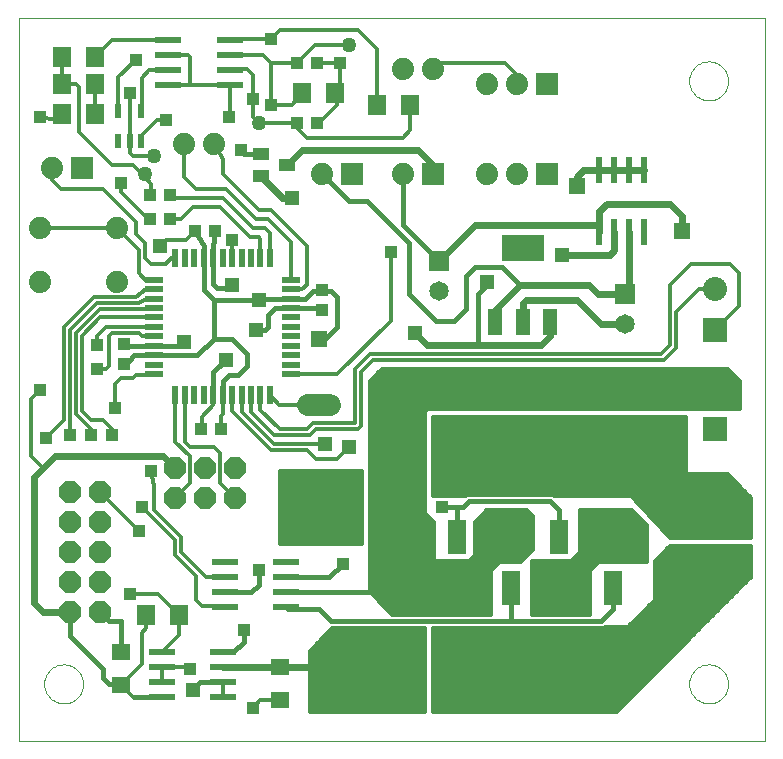
<source format=gtl>
G75*
%MOIN*%
%OFA0B0*%
%FSLAX24Y24*%
%IPPOS*%
%LPD*%
%AMOC8*
5,1,8,0,0,1.08239X$1,22.5*
%
%ADD10C,0.0000*%
%ADD11R,0.0800X0.0800*%
%ADD12C,0.0800*%
%ADD13R,0.0630X0.1181*%
%ADD14R,0.1900X0.2250*%
%ADD15R,0.0866X0.0236*%
%ADD16C,0.0740*%
%ADD17OC8,0.0740*%
%ADD18R,0.0630X0.0551*%
%ADD19R,0.0551X0.0394*%
%ADD20R,0.0630X0.0709*%
%ADD21R,0.0740X0.0740*%
%ADD22R,0.0236X0.0866*%
%ADD23C,0.0650*%
%ADD24R,0.0650X0.0650*%
%ADD25R,0.0480X0.0880*%
%ADD26R,0.1417X0.0866*%
%ADD27R,0.0591X0.0197*%
%ADD28R,0.0197X0.0591*%
%ADD29R,0.0394X0.0433*%
%ADD30R,0.0433X0.0394*%
%ADD31R,0.0870X0.0240*%
%ADD32C,0.0500*%
%ADD33R,0.0217X0.0472*%
%ADD34C,0.0740*%
%ADD35C,0.0160*%
%ADD36R,0.0396X0.0396*%
%ADD37C,0.0120*%
%ADD38C,0.0240*%
%ADD39R,0.0531X0.0531*%
%ADD40R,0.0475X0.0475*%
%ADD41R,0.0436X0.0436*%
D10*
X000100Y000100D02*
X000100Y024196D01*
X024970Y024196D01*
X024970Y000100D01*
X000100Y000100D01*
X000950Y002000D02*
X000952Y002050D01*
X000958Y002100D01*
X000968Y002150D01*
X000981Y002198D01*
X000998Y002246D01*
X001019Y002292D01*
X001043Y002336D01*
X001071Y002378D01*
X001102Y002418D01*
X001136Y002455D01*
X001173Y002490D01*
X001212Y002521D01*
X001253Y002550D01*
X001297Y002575D01*
X001343Y002597D01*
X001390Y002615D01*
X001438Y002629D01*
X001487Y002640D01*
X001537Y002647D01*
X001587Y002650D01*
X001638Y002649D01*
X001688Y002644D01*
X001738Y002635D01*
X001786Y002623D01*
X001834Y002606D01*
X001880Y002586D01*
X001925Y002563D01*
X001968Y002536D01*
X002008Y002506D01*
X002046Y002473D01*
X002081Y002437D01*
X002114Y002398D01*
X002143Y002357D01*
X002169Y002314D01*
X002192Y002269D01*
X002211Y002222D01*
X002226Y002174D01*
X002238Y002125D01*
X002246Y002075D01*
X002250Y002025D01*
X002250Y001975D01*
X002246Y001925D01*
X002238Y001875D01*
X002226Y001826D01*
X002211Y001778D01*
X002192Y001731D01*
X002169Y001686D01*
X002143Y001643D01*
X002114Y001602D01*
X002081Y001563D01*
X002046Y001527D01*
X002008Y001494D01*
X001968Y001464D01*
X001925Y001437D01*
X001880Y001414D01*
X001834Y001394D01*
X001786Y001377D01*
X001738Y001365D01*
X001688Y001356D01*
X001638Y001351D01*
X001587Y001350D01*
X001537Y001353D01*
X001487Y001360D01*
X001438Y001371D01*
X001390Y001385D01*
X001343Y001403D01*
X001297Y001425D01*
X001253Y001450D01*
X001212Y001479D01*
X001173Y001510D01*
X001136Y001545D01*
X001102Y001582D01*
X001071Y001622D01*
X001043Y001664D01*
X001019Y001708D01*
X000998Y001754D01*
X000981Y001802D01*
X000968Y001850D01*
X000958Y001900D01*
X000952Y001950D01*
X000950Y002000D01*
X022450Y002000D02*
X022452Y002050D01*
X022458Y002100D01*
X022468Y002150D01*
X022481Y002198D01*
X022498Y002246D01*
X022519Y002292D01*
X022543Y002336D01*
X022571Y002378D01*
X022602Y002418D01*
X022636Y002455D01*
X022673Y002490D01*
X022712Y002521D01*
X022753Y002550D01*
X022797Y002575D01*
X022843Y002597D01*
X022890Y002615D01*
X022938Y002629D01*
X022987Y002640D01*
X023037Y002647D01*
X023087Y002650D01*
X023138Y002649D01*
X023188Y002644D01*
X023238Y002635D01*
X023286Y002623D01*
X023334Y002606D01*
X023380Y002586D01*
X023425Y002563D01*
X023468Y002536D01*
X023508Y002506D01*
X023546Y002473D01*
X023581Y002437D01*
X023614Y002398D01*
X023643Y002357D01*
X023669Y002314D01*
X023692Y002269D01*
X023711Y002222D01*
X023726Y002174D01*
X023738Y002125D01*
X023746Y002075D01*
X023750Y002025D01*
X023750Y001975D01*
X023746Y001925D01*
X023738Y001875D01*
X023726Y001826D01*
X023711Y001778D01*
X023692Y001731D01*
X023669Y001686D01*
X023643Y001643D01*
X023614Y001602D01*
X023581Y001563D01*
X023546Y001527D01*
X023508Y001494D01*
X023468Y001464D01*
X023425Y001437D01*
X023380Y001414D01*
X023334Y001394D01*
X023286Y001377D01*
X023238Y001365D01*
X023188Y001356D01*
X023138Y001351D01*
X023087Y001350D01*
X023037Y001353D01*
X022987Y001360D01*
X022938Y001371D01*
X022890Y001385D01*
X022843Y001403D01*
X022797Y001425D01*
X022753Y001450D01*
X022712Y001479D01*
X022673Y001510D01*
X022636Y001545D01*
X022602Y001582D01*
X022571Y001622D01*
X022543Y001664D01*
X022519Y001708D01*
X022498Y001754D01*
X022481Y001802D01*
X022468Y001850D01*
X022458Y001900D01*
X022452Y001950D01*
X022450Y002000D01*
X022450Y022100D02*
X022452Y022150D01*
X022458Y022200D01*
X022468Y022250D01*
X022481Y022298D01*
X022498Y022346D01*
X022519Y022392D01*
X022543Y022436D01*
X022571Y022478D01*
X022602Y022518D01*
X022636Y022555D01*
X022673Y022590D01*
X022712Y022621D01*
X022753Y022650D01*
X022797Y022675D01*
X022843Y022697D01*
X022890Y022715D01*
X022938Y022729D01*
X022987Y022740D01*
X023037Y022747D01*
X023087Y022750D01*
X023138Y022749D01*
X023188Y022744D01*
X023238Y022735D01*
X023286Y022723D01*
X023334Y022706D01*
X023380Y022686D01*
X023425Y022663D01*
X023468Y022636D01*
X023508Y022606D01*
X023546Y022573D01*
X023581Y022537D01*
X023614Y022498D01*
X023643Y022457D01*
X023669Y022414D01*
X023692Y022369D01*
X023711Y022322D01*
X023726Y022274D01*
X023738Y022225D01*
X023746Y022175D01*
X023750Y022125D01*
X023750Y022075D01*
X023746Y022025D01*
X023738Y021975D01*
X023726Y021926D01*
X023711Y021878D01*
X023692Y021831D01*
X023669Y021786D01*
X023643Y021743D01*
X023614Y021702D01*
X023581Y021663D01*
X023546Y021627D01*
X023508Y021594D01*
X023468Y021564D01*
X023425Y021537D01*
X023380Y021514D01*
X023334Y021494D01*
X023286Y021477D01*
X023238Y021465D01*
X023188Y021456D01*
X023138Y021451D01*
X023087Y021450D01*
X023037Y021453D01*
X022987Y021460D01*
X022938Y021471D01*
X022890Y021485D01*
X022843Y021503D01*
X022797Y021525D01*
X022753Y021550D01*
X022712Y021579D01*
X022673Y021610D01*
X022636Y021645D01*
X022602Y021682D01*
X022571Y021722D01*
X022543Y021764D01*
X022519Y021808D01*
X022498Y021854D01*
X022481Y021902D01*
X022468Y021950D01*
X022458Y022000D01*
X022452Y022050D01*
X022450Y022100D01*
D11*
X023300Y013800D03*
X023300Y010500D03*
X023300Y006100D03*
D12*
X023300Y007478D03*
X023300Y011878D03*
X023300Y015178D03*
D13*
X019898Y006909D03*
X019898Y005191D03*
X018102Y005191D03*
X016498Y005191D03*
X016498Y006909D03*
X018102Y006909D03*
X014702Y006909D03*
X014702Y005191D03*
D14*
X015600Y002475D03*
X019000Y002475D03*
X019000Y009625D03*
X015600Y009625D03*
D15*
X009024Y006050D03*
X009024Y005550D03*
X009024Y005050D03*
X009024Y004550D03*
X006976Y004550D03*
X006976Y005050D03*
X006976Y005550D03*
X006976Y006050D03*
X006924Y003050D03*
X006924Y002550D03*
X006924Y002050D03*
X006924Y001550D03*
X004876Y001550D03*
X004876Y002050D03*
X004876Y002550D03*
X004876Y003050D03*
D16*
X010600Y002100D03*
X010600Y008100D03*
X003380Y015410D03*
X003380Y017190D03*
X001200Y019200D03*
X000820Y017190D03*
X000820Y015410D03*
X005600Y020000D03*
X006600Y020000D03*
X010200Y019000D03*
X012900Y019000D03*
X015700Y019000D03*
X016700Y019000D03*
X016700Y022000D03*
X015700Y022000D03*
X013900Y022500D03*
X012900Y022500D03*
D17*
X007300Y009200D03*
X007300Y008200D03*
X006300Y008200D03*
X006300Y009200D03*
X005300Y009200D03*
X005300Y008200D03*
X002800Y008400D03*
X002800Y007400D03*
X002800Y006400D03*
X002800Y005400D03*
X002800Y004400D03*
X001800Y004400D03*
X001800Y005400D03*
X001800Y006400D03*
X001800Y007400D03*
X001800Y008400D03*
D18*
X003500Y003051D03*
X003500Y001949D03*
X008800Y001449D03*
X008800Y002551D03*
D19*
X008167Y018926D03*
X008167Y019674D03*
X009033Y019300D03*
D20*
X009549Y021700D03*
X010651Y021700D03*
X012049Y021300D03*
X013151Y021300D03*
X002651Y021000D03*
X002651Y022000D03*
X002651Y022900D03*
X001549Y022900D03*
X001549Y022000D03*
X001549Y021000D03*
X004349Y004300D03*
X005451Y004300D03*
D21*
X011200Y019000D03*
X013900Y019000D03*
X017700Y019000D03*
X017700Y022000D03*
X002200Y019200D03*
D22*
X019450Y019124D03*
X019950Y019124D03*
X020450Y019124D03*
X020950Y019124D03*
X020950Y017076D03*
X020450Y017076D03*
X019950Y017076D03*
X019450Y017076D03*
D23*
X020300Y014000D03*
X014100Y015100D03*
D24*
X014100Y016100D03*
X020300Y015000D03*
D25*
X017810Y014080D03*
X016900Y014080D03*
X015990Y014080D03*
D26*
X016900Y016520D03*
D27*
X009183Y015475D03*
X009183Y015160D03*
X009183Y014845D03*
X009183Y014530D03*
X009183Y014215D03*
X009183Y013900D03*
X009183Y013585D03*
X009183Y013270D03*
X009183Y012955D03*
X009183Y012640D03*
X009183Y012325D03*
X004617Y012325D03*
X004617Y012640D03*
X004617Y012955D03*
X004617Y013270D03*
X004617Y013585D03*
X004617Y013900D03*
X004617Y014215D03*
X004617Y014530D03*
X004617Y014845D03*
X004617Y015160D03*
X004617Y015475D03*
D28*
X005325Y016183D03*
X005640Y016183D03*
X005955Y016183D03*
X006270Y016183D03*
X006585Y016183D03*
X006900Y016183D03*
X007215Y016183D03*
X007530Y016183D03*
X007845Y016183D03*
X008160Y016183D03*
X008475Y016183D03*
X008475Y011617D03*
X008160Y011617D03*
X007845Y011617D03*
X007530Y011617D03*
X007215Y011617D03*
X006900Y011617D03*
X006585Y011617D03*
X006270Y011617D03*
X005955Y011617D03*
X005640Y011617D03*
X005325Y011617D03*
D29*
X003600Y012665D03*
X003600Y013335D03*
X010200Y014465D03*
X010200Y015135D03*
D30*
X006635Y017100D03*
X005965Y017100D03*
X005135Y017500D03*
X004465Y017500D03*
X004465Y018300D03*
X005135Y018300D03*
X009365Y020700D03*
X010035Y020700D03*
X010035Y022700D03*
X009365Y022700D03*
X006835Y010500D03*
X006165Y010500D03*
D31*
X007130Y021950D03*
X007130Y022450D03*
X007130Y022950D03*
X007130Y023450D03*
X005070Y023450D03*
X005070Y022950D03*
X005070Y022450D03*
X005070Y021950D03*
D32*
X004600Y019600D03*
X004300Y019000D03*
X008100Y020700D03*
X011100Y023300D03*
D33*
X004174Y021112D03*
X003426Y021112D03*
X003426Y020088D03*
X003800Y020088D03*
X004174Y020088D03*
D34*
X009730Y011300D02*
X010470Y011300D01*
D35*
X011800Y011278D02*
X024100Y011278D01*
X024100Y011200D02*
X024100Y012100D01*
X023700Y012500D01*
X012200Y012500D01*
X011800Y012100D01*
X011800Y005100D01*
X012560Y004340D01*
X013900Y004340D01*
X013900Y007400D01*
X013600Y007700D01*
X013600Y011100D01*
X013700Y011200D01*
X024100Y011200D01*
X024100Y011437D02*
X011800Y011437D01*
X011800Y011595D02*
X024100Y011595D01*
X024100Y011754D02*
X011800Y011754D01*
X011800Y011912D02*
X024100Y011912D01*
X024100Y012071D02*
X011800Y012071D01*
X011929Y012229D02*
X023971Y012229D01*
X023812Y012388D02*
X012088Y012388D01*
X011800Y011120D02*
X013620Y011120D01*
X013600Y010961D02*
X011800Y010961D01*
X011800Y010803D02*
X013600Y010803D01*
X013600Y010644D02*
X011800Y010644D01*
X011800Y010486D02*
X013600Y010486D01*
X013600Y010327D02*
X011800Y010327D01*
X011800Y010169D02*
X013600Y010169D01*
X013600Y010010D02*
X011800Y010010D01*
X011800Y009852D02*
X013600Y009852D01*
X013600Y009693D02*
X011800Y009693D01*
X011800Y009535D02*
X013600Y009535D01*
X013600Y009376D02*
X011800Y009376D01*
X011800Y009218D02*
X013600Y009218D01*
X013600Y009059D02*
X011800Y009059D01*
X011800Y008901D02*
X013600Y008901D01*
X013600Y008742D02*
X011800Y008742D01*
X011800Y008584D02*
X013600Y008584D01*
X013600Y008425D02*
X011800Y008425D01*
X011800Y008267D02*
X013600Y008267D01*
X013600Y008108D02*
X011800Y008108D01*
X011800Y007950D02*
X013600Y007950D01*
X013600Y007791D02*
X011800Y007791D01*
X011800Y007633D02*
X013667Y007633D01*
X013826Y007474D02*
X011800Y007474D01*
X011800Y007316D02*
X013900Y007316D01*
X013900Y007157D02*
X011800Y007157D01*
X011800Y006999D02*
X013900Y006999D01*
X013900Y006840D02*
X011800Y006840D01*
X011800Y006682D02*
X013900Y006682D01*
X013900Y006523D02*
X011800Y006523D01*
X011800Y006365D02*
X013900Y006365D01*
X013900Y006206D02*
X011800Y006206D01*
X011800Y006048D02*
X013900Y006048D01*
X016048Y006048D01*
X016100Y006100D02*
X015800Y005800D01*
X015800Y004340D01*
X013900Y004340D01*
X013900Y006100D01*
X015100Y006100D01*
X015300Y006300D01*
X015300Y007400D01*
X015700Y007800D01*
X017000Y007800D01*
X017200Y007600D01*
X017200Y006500D01*
X016800Y006100D01*
X016100Y006100D01*
X015889Y005889D02*
X013900Y005889D01*
X011800Y005889D01*
X011800Y005731D02*
X013900Y005731D01*
X015800Y005731D01*
X015800Y005572D02*
X013900Y005572D01*
X011800Y005572D01*
X011800Y005414D02*
X013900Y005414D01*
X015800Y005414D01*
X015800Y005255D02*
X013900Y005255D01*
X011800Y005255D01*
X011803Y005097D02*
X013900Y005097D01*
X015800Y005097D01*
X015800Y004938D02*
X013900Y004938D01*
X011962Y004938D01*
X012120Y004780D02*
X013900Y004780D01*
X015800Y004780D01*
X015800Y004621D02*
X013900Y004621D01*
X012279Y004621D01*
X012437Y004463D02*
X013900Y004463D01*
X015800Y004463D01*
X016498Y004102D02*
X016500Y004100D01*
X010500Y004100D01*
X010100Y004500D01*
X009074Y004500D01*
X009024Y004550D01*
X009024Y005050D02*
X014562Y005050D01*
X014702Y005191D01*
X015206Y006206D02*
X016906Y006206D01*
X017065Y006365D02*
X015300Y006365D01*
X015300Y006523D02*
X017200Y006523D01*
X017200Y006682D02*
X015300Y006682D01*
X015300Y006840D02*
X017200Y006840D01*
X017200Y006999D02*
X015300Y006999D01*
X015300Y007157D02*
X017200Y007157D01*
X017200Y007316D02*
X015300Y007316D01*
X015374Y007474D02*
X017200Y007474D01*
X017167Y007633D02*
X015533Y007633D01*
X015691Y007791D02*
X017009Y007791D01*
X017800Y008100D02*
X015100Y008100D01*
X014900Y007900D01*
X014700Y007900D01*
X014200Y007900D01*
X013900Y008300D02*
X013900Y010900D01*
X022300Y010900D01*
X022300Y009000D01*
X023700Y009000D01*
X024490Y008210D01*
X024490Y006900D01*
X021800Y006900D01*
X020500Y008300D01*
X017939Y008300D01*
X017936Y008303D01*
X017848Y008340D01*
X015052Y008340D01*
X014964Y008303D01*
X014961Y008300D01*
X013900Y008300D01*
X013900Y008425D02*
X024275Y008425D01*
X024433Y008267D02*
X020531Y008267D01*
X020678Y008108D02*
X024490Y008108D01*
X024490Y007950D02*
X020825Y007950D01*
X020973Y007791D02*
X024490Y007791D01*
X024490Y007633D02*
X021120Y007633D01*
X021267Y007474D02*
X024490Y007474D01*
X024490Y007316D02*
X021414Y007316D01*
X021561Y007157D02*
X024490Y007157D01*
X024490Y006999D02*
X021709Y006999D01*
X021800Y006600D02*
X024490Y006600D01*
X024490Y005590D01*
X020000Y001100D01*
X013900Y001100D01*
X013900Y003860D01*
X019548Y003860D01*
X019636Y003897D01*
X019639Y003900D01*
X020400Y003900D01*
X021300Y004800D01*
X021300Y006100D01*
X021800Y006600D01*
X021723Y006523D02*
X024490Y006523D01*
X024490Y006365D02*
X021565Y006365D01*
X021406Y006206D02*
X024490Y006206D01*
X024490Y006048D02*
X021300Y006048D01*
X021300Y005889D02*
X024490Y005889D01*
X024490Y005731D02*
X021300Y005731D01*
X021300Y005572D02*
X024472Y005572D01*
X024314Y005414D02*
X021300Y005414D01*
X021300Y005255D02*
X024155Y005255D01*
X023997Y005097D02*
X021300Y005097D01*
X021300Y004938D02*
X023838Y004938D01*
X023680Y004780D02*
X021280Y004780D01*
X021121Y004621D02*
X023521Y004621D01*
X023363Y004463D02*
X020963Y004463D01*
X020804Y004304D02*
X023204Y004304D01*
X023046Y004146D02*
X020646Y004146D01*
X020487Y003987D02*
X022887Y003987D01*
X022729Y003829D02*
X013900Y003829D01*
X013900Y003670D02*
X022570Y003670D01*
X022412Y003512D02*
X013900Y003512D01*
X013900Y003353D02*
X022253Y003353D01*
X022095Y003195D02*
X013900Y003195D01*
X013900Y003036D02*
X021936Y003036D01*
X021778Y002878D02*
X013900Y002878D01*
X013900Y002719D02*
X021619Y002719D01*
X021461Y002561D02*
X013900Y002561D01*
X013900Y002402D02*
X021302Y002402D01*
X021144Y002244D02*
X013900Y002244D01*
X013900Y002085D02*
X020985Y002085D01*
X020827Y001927D02*
X013900Y001927D01*
X013900Y001768D02*
X020668Y001768D01*
X020510Y001610D02*
X013900Y001610D01*
X013900Y001451D02*
X020351Y001451D01*
X020193Y001293D02*
X013900Y001293D01*
X013900Y001134D02*
X020034Y001134D01*
X019500Y004100D02*
X016500Y004100D01*
X016498Y004102D02*
X016498Y005191D01*
X017200Y005255D02*
X019100Y005255D01*
X019100Y005097D02*
X017200Y005097D01*
X017200Y004938D02*
X019100Y004938D01*
X019100Y004780D02*
X017200Y004780D01*
X017200Y004621D02*
X019100Y004621D01*
X019100Y004463D02*
X017200Y004463D01*
X017200Y004340D02*
X017200Y006100D01*
X018500Y006100D01*
X018800Y006400D01*
X018800Y007800D01*
X020500Y007800D01*
X021000Y007300D01*
X021000Y006100D01*
X019400Y006100D01*
X019100Y005800D01*
X019100Y004340D01*
X017200Y004340D01*
X017200Y005414D02*
X019100Y005414D01*
X019100Y005572D02*
X017200Y005572D01*
X017200Y005731D02*
X019100Y005731D01*
X019189Y005889D02*
X017200Y005889D01*
X017200Y006048D02*
X019348Y006048D01*
X018765Y006365D02*
X021000Y006365D01*
X021000Y006523D02*
X018800Y006523D01*
X018800Y006682D02*
X021000Y006682D01*
X021000Y006840D02*
X018800Y006840D01*
X018800Y006999D02*
X021000Y006999D01*
X021000Y007157D02*
X018800Y007157D01*
X018800Y007316D02*
X020984Y007316D01*
X020826Y007474D02*
X018800Y007474D01*
X018800Y007633D02*
X020667Y007633D01*
X020509Y007791D02*
X018800Y007791D01*
X018102Y007798D02*
X017800Y008100D01*
X018102Y007798D02*
X018102Y006909D01*
X018606Y006206D02*
X021000Y006206D01*
X019898Y005191D02*
X019898Y004498D01*
X019500Y004100D01*
X014702Y006909D02*
X014700Y006912D01*
X014700Y007900D01*
X013900Y008584D02*
X024116Y008584D01*
X023958Y008742D02*
X013900Y008742D01*
X013900Y008901D02*
X023799Y008901D01*
X022300Y009059D02*
X013900Y009059D01*
X013900Y009218D02*
X022300Y009218D01*
X022300Y009376D02*
X013900Y009376D01*
X013900Y009535D02*
X022300Y009535D01*
X022300Y009693D02*
X013900Y009693D01*
X013900Y009852D02*
X022300Y009852D01*
X022300Y010010D02*
X013900Y010010D01*
X013900Y010169D02*
X022300Y010169D01*
X022300Y010327D02*
X013900Y010327D01*
X013900Y010486D02*
X022300Y010486D01*
X022300Y010644D02*
X013900Y010644D01*
X013900Y010803D02*
X022300Y010803D01*
X016800Y015300D02*
X016200Y015900D01*
X015300Y015900D01*
X015000Y015600D01*
X015000Y014500D01*
X014600Y014100D01*
X014000Y014100D01*
X013100Y015000D01*
X013100Y016700D01*
X011700Y018100D01*
X011100Y018100D01*
X010200Y019000D01*
X008167Y019674D02*
X007626Y019674D01*
X007500Y019800D01*
X006635Y017100D02*
X006600Y017065D01*
X006600Y016800D01*
X006585Y016585D01*
X006585Y016183D01*
X006585Y015315D01*
X006700Y015200D01*
X007100Y015200D01*
X007200Y015300D01*
X006600Y014800D02*
X006600Y013500D01*
X007200Y013500D01*
X007700Y013000D01*
X007700Y012600D01*
X007400Y012300D01*
X007100Y012300D01*
X006900Y012100D01*
X006900Y011617D01*
X006585Y011617D02*
X006585Y012385D01*
X007000Y012800D01*
X006600Y013500D02*
X006055Y012955D01*
X004617Y012955D01*
X003955Y012955D01*
X003765Y012765D01*
X003600Y012665D01*
X003735Y013270D02*
X003600Y013335D01*
X003735Y013270D02*
X004617Y013270D01*
X005470Y013270D01*
X005600Y013400D01*
X006600Y014800D02*
X008100Y014800D01*
X008145Y014845D01*
X009183Y014845D01*
X009645Y014845D01*
X009900Y015100D01*
X010165Y015100D01*
X010200Y015135D01*
X010235Y015100D01*
X010500Y015100D01*
X010700Y014900D01*
X010700Y013900D01*
X010300Y013500D01*
X010100Y013500D01*
X010200Y014465D02*
X010135Y014530D01*
X009183Y014530D01*
X008630Y014530D01*
X008400Y014300D01*
X008400Y013900D01*
X008300Y013800D01*
X008000Y013800D01*
X006600Y014800D02*
X006270Y015130D01*
X006270Y016183D01*
X006270Y016595D01*
X005965Y017100D01*
X012900Y017300D02*
X014100Y016100D01*
X012900Y017300D02*
X012900Y019000D01*
X015700Y015400D02*
X015700Y015300D01*
X015400Y015000D01*
X015400Y013400D01*
X015500Y013300D01*
X011500Y009100D02*
X008800Y009100D01*
X008800Y006700D01*
X011500Y006700D01*
X011500Y009100D01*
X011500Y009059D02*
X008800Y009059D01*
X008800Y008901D02*
X011500Y008901D01*
X011500Y008742D02*
X008800Y008742D01*
X008800Y008584D02*
X011500Y008584D01*
X011500Y008425D02*
X008800Y008425D01*
X008800Y008267D02*
X011500Y008267D01*
X011500Y008108D02*
X008800Y008108D01*
X008800Y007950D02*
X011500Y007950D01*
X011500Y007791D02*
X008800Y007791D01*
X008800Y007633D02*
X011500Y007633D01*
X011500Y007474D02*
X008800Y007474D01*
X008800Y007316D02*
X011500Y007316D01*
X011500Y007157D02*
X008800Y007157D01*
X008800Y006999D02*
X011500Y006999D01*
X011500Y006840D02*
X008800Y006840D01*
X008100Y005800D02*
X008100Y005300D01*
X007850Y005050D01*
X006976Y005050D01*
X007600Y003800D02*
X007600Y003400D01*
X007250Y003050D01*
X006924Y003050D01*
X006924Y002050D02*
X006150Y002050D01*
X005900Y001800D01*
X004876Y001550D02*
X003950Y001550D01*
X003500Y001949D02*
X003449Y002000D01*
X003100Y002000D01*
X002900Y002200D01*
X002900Y002500D01*
X001800Y003600D01*
X001800Y004400D01*
X002800Y004400D02*
X003100Y004100D01*
X003500Y004100D01*
X003500Y003051D01*
X009024Y005550D02*
X010450Y005550D01*
X010900Y006000D01*
X010560Y003860D02*
X013600Y003860D01*
X013600Y001100D01*
X009800Y001100D01*
X009800Y003100D01*
X010560Y003860D01*
X010529Y003829D02*
X013600Y003829D01*
X013600Y003670D02*
X010370Y003670D01*
X010212Y003512D02*
X013600Y003512D01*
X013600Y003353D02*
X010053Y003353D01*
X009895Y003195D02*
X013600Y003195D01*
X013600Y003036D02*
X009800Y003036D01*
X009800Y002878D02*
X013600Y002878D01*
X013600Y002719D02*
X009800Y002719D01*
X009800Y002561D02*
X013600Y002561D01*
X013600Y002402D02*
X009800Y002402D01*
X009800Y002244D02*
X013600Y002244D01*
X013600Y002085D02*
X009800Y002085D01*
X009800Y001927D02*
X013600Y001927D01*
X013600Y001768D02*
X009800Y001768D01*
X009800Y001610D02*
X013600Y001610D01*
X013600Y001451D02*
X009800Y001451D01*
X009800Y001293D02*
X013600Y001293D01*
X013600Y001134D02*
X009800Y001134D01*
D36*
X007900Y001200D03*
X005800Y002500D03*
X007600Y003800D03*
X008100Y005800D03*
X009300Y006900D03*
X009800Y006900D03*
X010300Y006900D03*
X010800Y006900D03*
X010900Y006000D03*
X009800Y007600D03*
X009800Y008100D03*
X009800Y008600D03*
X009300Y008600D03*
X009300Y008100D03*
X009300Y007600D03*
X010700Y003000D03*
X011300Y003000D03*
X012000Y003000D03*
X012000Y002400D03*
X012000Y001800D03*
X012700Y001800D03*
X012700Y002400D03*
X012700Y003000D03*
X013400Y003000D03*
X013400Y002400D03*
X013400Y001800D03*
X017400Y004900D03*
X017400Y005400D03*
X017400Y005900D03*
X018800Y005900D03*
X018800Y005400D03*
X018800Y004900D03*
X019100Y006400D03*
X019100Y006900D03*
X019100Y007400D03*
X020600Y006900D03*
X020600Y006400D03*
X021600Y005700D03*
X022300Y005700D03*
X022300Y006300D03*
X022200Y007100D03*
X022200Y007700D03*
X021600Y007700D03*
X024200Y007700D03*
X024200Y007100D03*
X024200Y005700D03*
X023400Y005100D03*
X022800Y005100D03*
X022200Y005100D03*
X021600Y005100D03*
X014200Y007900D03*
X003800Y005000D03*
X003500Y018700D03*
X005000Y020800D03*
X003800Y021700D03*
X004000Y022800D03*
X000800Y020900D03*
X007100Y020900D03*
X007900Y021500D03*
X008500Y021300D03*
X007500Y019800D03*
X010800Y022700D03*
X008500Y023500D03*
D37*
X008800Y023800D01*
X011400Y023800D01*
X012049Y023151D01*
X012049Y021300D01*
X013151Y021300D02*
X013151Y020451D01*
X012900Y020200D01*
X009700Y020200D01*
X009400Y020500D01*
X009400Y020665D01*
X009365Y020700D01*
X008100Y020700D01*
X007900Y020900D01*
X007900Y021500D01*
X007900Y022300D01*
X007700Y022500D01*
X007180Y022500D01*
X007130Y022450D01*
X007130Y021950D02*
X007130Y021070D01*
X007100Y020900D01*
X006600Y020000D02*
X006900Y019500D01*
X006900Y019000D01*
X008100Y017800D01*
X008500Y017800D01*
X009700Y016600D01*
X009700Y015300D01*
X009560Y015160D01*
X009183Y015160D01*
X009183Y015475D02*
X009183Y016717D01*
X008400Y017500D01*
X008000Y017500D01*
X007000Y018500D01*
X006000Y018500D01*
X005600Y018900D01*
X005600Y020000D01*
X005000Y020800D02*
X004700Y020800D01*
X004174Y020274D01*
X004174Y020088D01*
X003800Y020088D02*
X003800Y019700D01*
X003900Y019600D01*
X004600Y019600D01*
X004300Y019000D02*
X004294Y019000D01*
X004245Y018950D01*
X004500Y018665D01*
X004465Y018300D01*
X004245Y018950D02*
X004200Y019000D01*
X003900Y019300D01*
X003200Y019300D01*
X002100Y020400D01*
X002100Y021900D01*
X002000Y022000D01*
X001549Y022000D01*
X001549Y022900D01*
X002651Y022900D02*
X003201Y023450D01*
X005070Y023450D01*
X005070Y022950D02*
X005750Y022950D01*
X005800Y022900D01*
X005800Y021950D01*
X007130Y021950D01*
X007130Y022950D02*
X008250Y022950D01*
X008500Y022700D01*
X009365Y022700D01*
X009965Y023300D01*
X011100Y023300D01*
X010800Y022700D02*
X010800Y021849D01*
X010651Y021700D01*
X010700Y021651D01*
X010700Y021300D01*
X010100Y020700D01*
X010035Y020700D01*
X009200Y021300D02*
X009549Y021649D01*
X009549Y021700D01*
X009200Y021300D02*
X008500Y021300D01*
X008500Y022700D01*
X008500Y023500D02*
X007180Y023500D01*
X007130Y023450D01*
X005800Y021950D02*
X005070Y021950D01*
X005070Y022450D02*
X004450Y022450D01*
X004200Y022200D01*
X004200Y021138D01*
X004174Y021112D01*
X003800Y021700D02*
X003800Y020088D01*
X003426Y021112D02*
X003426Y022226D01*
X004000Y022800D01*
X002651Y022000D02*
X002651Y021000D01*
X001549Y021000D02*
X001549Y020751D01*
X000800Y020900D01*
X001200Y019200D02*
X001200Y018800D01*
X001500Y018500D01*
X002900Y018500D01*
X004000Y017400D01*
X004000Y017000D01*
X004300Y016700D01*
X004300Y016200D01*
X004500Y016000D01*
X005000Y016000D01*
X005183Y016183D01*
X005325Y016183D01*
X004800Y016600D02*
X005000Y016800D01*
X005665Y016800D01*
X005965Y017100D01*
X005500Y017500D02*
X005135Y017500D01*
X005500Y017500D02*
X005900Y017900D01*
X006800Y017900D01*
X007800Y016900D01*
X008100Y016900D01*
X008160Y016840D01*
X008160Y016183D01*
X008475Y016183D02*
X008475Y017025D01*
X008300Y017200D01*
X007900Y017200D01*
X006900Y018200D01*
X005235Y018200D01*
X005135Y018300D01*
X004465Y017500D02*
X004400Y017500D01*
X003500Y018400D01*
X003500Y018700D01*
X003380Y017190D02*
X000820Y017190D01*
X002600Y014900D02*
X001600Y013900D01*
X001600Y010800D01*
X001000Y010200D01*
X000500Y009600D02*
X000900Y009200D01*
X000500Y009600D02*
X000500Y011500D01*
X000800Y011800D01*
X002000Y011000D02*
X002500Y010500D01*
X002500Y010300D01*
X002500Y010800D02*
X002900Y010800D01*
X003200Y010500D01*
X003200Y010300D01*
X002500Y010800D02*
X002200Y011100D01*
X002200Y013600D01*
X002815Y014215D01*
X004617Y014215D01*
X004617Y014530D02*
X004430Y014530D01*
X004200Y014500D01*
X002800Y014500D01*
X002000Y013700D01*
X002000Y011000D01*
X001800Y010300D02*
X001800Y013800D01*
X002700Y014700D01*
X004100Y014700D01*
X004345Y014845D01*
X004617Y014845D01*
X004617Y015160D02*
X004360Y015160D01*
X004000Y014900D01*
X002600Y014900D01*
X003000Y013900D02*
X002700Y013600D01*
X002700Y013300D01*
X003100Y013600D02*
X003200Y013700D01*
X004100Y013700D01*
X004215Y013585D01*
X004617Y013585D01*
X004617Y013900D02*
X003000Y013900D01*
X003100Y013600D02*
X003100Y012600D01*
X003000Y012500D01*
X002700Y012500D01*
X003300Y012000D02*
X003500Y012200D01*
X003900Y012200D01*
X004000Y012300D01*
X004591Y012300D01*
X004617Y012325D01*
X005325Y011617D02*
X005325Y010075D01*
X005800Y009600D01*
X005800Y008700D01*
X005300Y008200D01*
X004600Y007800D02*
X004600Y008600D01*
X004500Y009100D01*
X004200Y007900D02*
X005300Y006800D01*
X005300Y006300D01*
X006000Y005600D01*
X006000Y004800D01*
X006200Y004600D01*
X006900Y004600D01*
X006950Y004550D01*
X006976Y004550D01*
X006976Y005550D02*
X006350Y005550D01*
X005500Y006400D01*
X005500Y006900D01*
X004600Y007800D01*
X004100Y007100D02*
X002800Y008400D01*
X005640Y010060D02*
X005800Y009900D01*
X006600Y009900D01*
X006800Y009700D01*
X006800Y008700D01*
X007300Y008200D01*
X008500Y009800D02*
X009700Y009800D01*
X010000Y009500D01*
X010700Y009500D01*
X011100Y009900D01*
X011400Y010500D02*
X011500Y010600D01*
X011500Y012400D01*
X011900Y012800D01*
X021600Y012800D01*
X022000Y013200D01*
X022000Y014400D01*
X022778Y015178D01*
X023300Y015178D01*
X024100Y015700D02*
X023800Y016000D01*
X022500Y016000D01*
X021800Y015300D01*
X021800Y013300D01*
X021500Y013000D01*
X011800Y013000D01*
X011300Y012500D01*
X011300Y010700D01*
X009900Y010700D01*
X009700Y010500D01*
X008800Y010500D01*
X008160Y011140D01*
X008160Y011617D01*
X008475Y011617D02*
X008791Y011300D01*
X010100Y011300D01*
X010000Y010500D02*
X011400Y010500D01*
X010300Y010000D02*
X008600Y010000D01*
X007530Y011070D01*
X007530Y011617D01*
X007845Y011617D02*
X007845Y011055D01*
X008600Y010300D01*
X009800Y010300D01*
X010000Y010500D01*
X008500Y009800D02*
X007215Y011085D01*
X007215Y011617D01*
X006900Y011617D02*
X006900Y011000D01*
X006835Y010935D01*
X006835Y010500D01*
X006200Y010535D02*
X006165Y010500D01*
X006200Y010535D02*
X006200Y010900D01*
X006585Y011285D01*
X006585Y011617D01*
X005640Y011617D02*
X005640Y010060D01*
X003300Y011200D02*
X003300Y012000D01*
X004325Y015475D02*
X004100Y015700D01*
X004100Y016470D01*
X003380Y017190D01*
X004325Y015475D02*
X004617Y015475D01*
X007215Y016183D02*
X007215Y016885D01*
X007200Y016800D01*
X009183Y012325D02*
X010725Y012325D01*
X012500Y014100D01*
X012500Y016400D01*
X016700Y022000D02*
X016700Y022300D01*
X016300Y022700D01*
X014100Y022700D01*
X013900Y022500D01*
X010800Y022700D02*
X010035Y022700D01*
X009365Y022700D02*
X009300Y022765D01*
X023300Y013800D02*
X024100Y014600D01*
X024100Y015700D01*
X008800Y001449D02*
X008149Y001449D01*
X007900Y001200D01*
X006924Y001550D02*
X006924Y002050D01*
X005800Y002500D02*
X005750Y002550D01*
X004876Y002550D01*
X004876Y002050D01*
X004200Y002649D02*
X003500Y001949D01*
X003899Y001550D01*
X003950Y001550D01*
X004200Y002649D02*
X004200Y003700D01*
X004349Y003849D01*
X004349Y004300D01*
X004751Y005000D02*
X003800Y005000D01*
X004751Y005000D02*
X005451Y004300D01*
X005451Y003625D01*
X004876Y003050D01*
D38*
X006924Y002550D02*
X008799Y002550D01*
X008800Y002551D01*
X010149Y002551D01*
X010600Y002100D01*
X005300Y009200D02*
X004900Y009600D01*
X001300Y009600D01*
X000900Y009200D01*
X000600Y008900D01*
X000600Y004700D01*
X000900Y004400D01*
X001800Y004400D01*
X013300Y013700D02*
X013700Y013300D01*
X015500Y013300D01*
X017500Y013300D01*
X017810Y013610D01*
X017810Y014080D01*
X017000Y014800D02*
X018700Y014800D01*
X019500Y014000D01*
X020300Y014000D01*
X020300Y015000D02*
X019400Y015000D01*
X019100Y015300D01*
X016800Y015300D01*
X016000Y014500D01*
X016000Y013890D01*
X015990Y014080D01*
X016900Y014080D02*
X016900Y014700D01*
X017000Y014800D01*
X018200Y016300D02*
X019800Y016300D01*
X019950Y016450D01*
X019950Y017076D01*
X019450Y017076D02*
X019450Y017350D01*
X019400Y017300D01*
X015300Y017300D01*
X014100Y016100D01*
X013900Y019000D02*
X013900Y019300D01*
X013400Y019800D01*
X009533Y019800D01*
X009033Y019300D01*
X008167Y018926D02*
X008893Y018200D01*
X009200Y018200D01*
X018700Y018600D02*
X018700Y018900D01*
X018924Y019124D01*
X019450Y019124D01*
X019950Y019124D01*
X020450Y019124D01*
X020950Y019124D01*
X021800Y018000D02*
X019700Y018000D01*
X019450Y017750D01*
X019450Y017350D01*
X020450Y017076D02*
X020450Y015150D01*
X020300Y015000D01*
X022200Y017100D02*
X022200Y017600D01*
X021800Y018000D01*
D39*
X022200Y017100D03*
X018700Y018600D03*
X010100Y013500D03*
D40*
X008100Y014800D03*
X008000Y013800D03*
X007000Y012800D03*
X005600Y013400D03*
X007200Y015300D03*
X004800Y016600D03*
X009200Y018200D03*
X013300Y013700D03*
X015700Y015400D03*
X018200Y016300D03*
X011100Y009900D03*
X010300Y010000D03*
X005900Y001800D03*
D41*
X004100Y007100D03*
X004200Y007900D03*
X004500Y009100D03*
X003200Y010300D03*
X002500Y010300D03*
X001800Y010300D03*
X001000Y010200D03*
X000800Y011800D03*
X002700Y012500D03*
X002700Y013300D03*
X003300Y011200D03*
X007200Y016800D03*
X012500Y016400D03*
M02*

</source>
